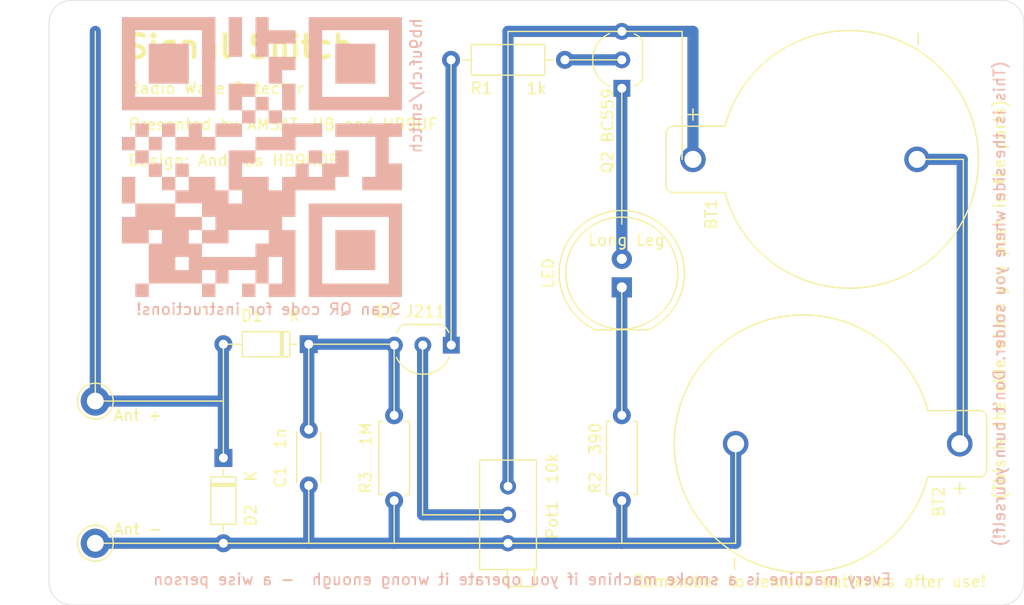
<source format=kicad_pcb>
(kicad_pcb (version 20240108) (generator "pcbnew") (generator_version "8.0")
  (layers (0 "F.Cu" signal) (31 "B.Cu" signal) (34 "B.Paste" user) (35 "F.Paste" user) (36 "B.SilkS" user "B.Silkscreen") (37 "F.SilkS" user "F.Silkscreen") (38 "B.Mask" user) (39 "F.Mask" user) (44 "Edge.Cuts" user))
  (net 0 "")
  (net 1 "GND")
  (net 2 "Net-(D1-K)")
  (net 3 "Net-(AE1-A)")
  (net 4 "Net-(D3-K)")
  (net 5 "Net-(D3-A)")
  (net 6 "Net-(Q1-S)")
  (net 7 "Net-(Q1-D)")
  (net 8 "Net-(Q2-B)")
  (net 9 "Net-(Q2-E)")
  (net 10 "Net-(BT1-PadN)")
  (footprint "Potentiometer_THT:Potentiometer_Bourns_3296X_Horizontal" (layer "F.Cu") (at 124.46 121.92 90)
    (property "Reference" "Pot1  10k" (at -0.88 3.94 90) (layer "F.SilkS"))
    (property "Value" "10k")
    (fp_line (start 2.345 -2.53) (end 2.345 2.54) (stroke (width 0.12)) (layer "F.SilkS"))
    (fp_line (start -7.425 -2.53) (end 2.345 -2.53) (stroke (width 0.12)) (layer "F.SilkS"))
    (fp_line (start -7.425 -2.53) (end -7.425 2.54) (stroke (width 0.12)) (layer "F.SilkS"))
    (fp_line (start -7.426 -0.065) (end -7.426 2.365) (stroke (width 0.12)) (layer "F.SilkS"))
    (fp_line (start -8.945 -0.065) (end -7.426 -0.065) (stroke (width 0.12)) (layer "F.SilkS"))
    (fp_line (start -8.945 -0.065) (end -8.945 2.365) (stroke (width 0.12)) (layer "F.SilkS"))
    (fp_line (start -8.945 1.15) (end -8.186 1.15) (stroke (width 0.12)) (layer "F.SilkS"))
    (fp_line (start -8.945 2.365) (end -7.426 2.365) (stroke (width 0.12)) (layer "F.SilkS"))
    (fp_line (start -7.425 2.54) (end 2.345 2.54) (stroke (width 0.12)) (layer "F.SilkS"))
    (pad "1" thru_hole circle (at 0 0 90) (size 1.44 1.44) (drill 0.8) (layers "*.Cu" "*.Mask" "In1.Cu" "In2.Cu" "In3.Cu" "In4.Cu" "In5.Cu" "In6.Cu" "In7.Cu" "In8.Cu" "In9.Cu" "In10.Cu" "In11.Cu" "In12.Cu" "In13.Cu" "In14.Cu" "In15.Cu" "In16.Cu" "In17.Cu" "In18.Cu" "In19.Cu" "In20.Cu" "In21.Cu" "In22.Cu" "In23.Cu" "In24.Cu" "In25.Cu" "In26.Cu" "In27.Cu" "In28.Cu" "In29.Cu" "In30.Cu") (net 9 "Net-(Q2-E)"))
    (pad "2" thru_hole circle (at -2.54 0 90) (size 1.44 1.44) (drill 0.8) (layers "*.Cu" "*.Mask" "In1.Cu" "In2.Cu" "In3.Cu" "In4.Cu" "In5.Cu" "In6.Cu" "In7.Cu" "In8.Cu" "In9.Cu" "In10.Cu" "In11.Cu" "In12.Cu" "In13.Cu" "In14.Cu" "In15.Cu" "In16.Cu" "In17.Cu" "In18.Cu" "In19.Cu" "In20.Cu" "In21.Cu" "In22.Cu" "In23.Cu" "In24.Cu" "In25.Cu" "In26.Cu" "In27.Cu" "In28.Cu" "In29.Cu" "In30.Cu") (net 6 "Net-(Q1-S)"))
    (pad "3" thru_hole circle (at -5.08 0 90) (size 1.44 1.44) (drill 0.8) (layers "*.Cu" "*.Mask" "In1.Cu" "In2.Cu" "In3.Cu" "In4.Cu" "In5.Cu" "In6.Cu" "In7.Cu" "In8.Cu" "In9.Cu" "In10.Cu" "In11.Cu" "In12.Cu" "In13.Cu" "In14.Cu" "In15.Cu" "In16.Cu" "In17.Cu" "In18.Cu" "In19.Cu" "In20.Cu" "In21.Cu" "In22.Cu" "In23.Cu" "In24.Cu" "In25.Cu" "In26.Cu" "In27.Cu" "In28.Cu" "In29.Cu" "In30.Cu") (net 1 "GND"))
  )
  (footprint "Connector_Pin:Pin_D1.3mm_L11.0mm" (layer "F.Cu") (at 87.63 127)
    (property "Reference" "Ant -" (at 3.81 -1.27 0) (layer "F.SilkS"))
    (property "Value" "Pin_D1.3mm_L11.0mm")
    (fp_circle (center 0 0) (end 1.6 0.05) (stroke (width 0.12)) (fill none) (layer "F.SilkS"))
    (pad "1" thru_hole circle (at 0 0) (size 2.6 2.6) (drill 1.5) (layers "*.Cu" "*.Mask" "In1.Cu" "In2.Cu" "In3.Cu" "In4.Cu" "In5.Cu" "In6.Cu" "In7.Cu" "In8.Cu" "In9.Cu" "In10.Cu" "In11.Cu" "In12.Cu" "In13.Cu" "In14.Cu" "In15.Cu" "In16.Cu" "In17.Cu" "In18.Cu" "In19.Cu" "In20.Cu" "In21.Cu" "In22.Cu" "In23.Cu" "In24.Cu" "In25.Cu" "In26.Cu" "In27.Cu" "In28.Cu" "In29.Cu" "In30.Cu"))
  )
  (footprint "CoinCellHolder:BAT_1066" (layer "F.Cu") (at 154.84 92.71 -90)
    (property "Reference" "BT1" (at 4.89 12.24 90) (layer "F.SilkS"))
    (property "Value" "CR2032")
    (fp_line (start -2.325 16.27) (end 2.325 16.27) (stroke (width 0.127)) (layer "F.SilkS"))
    (fp_line (start 2.96 15.635) (end 2.96 11.0177) (stroke (width 0.127)) (layer "F.SilkS"))
    (fp_line (start -4.5 13.87) (end -3.5 13.87) (stroke (width 0.127)) (layer "F.SilkS"))
    (fp_line (start -4 13.37) (end -4 14.37) (stroke (width 0.127)) (layer "F.SilkS"))
    (fp_line (start -2.96 11.0177) (end -2.96 15.635) (stroke (width 0.127)) (layer "F.SilkS"))
    (fp_line (start -10.25 -6.23) (end -11.25 -6.23) (stroke (width 0.127)) (layer "F.SilkS"))
    (fp_arc (start -2.325 16.27) (mid -2.774013 16.084013) (end -2.96 15.635) (stroke (width 0.127)) (layer "F.SilkS"))
    (fp_arc (start 2.96 15.635) (mid 2.774013 16.084013) (end 2.325 16.27) (stroke (width 0.127)) (layer "F.SilkS"))
    (fp_arc (start -2.96 11.0177) (mid 0 -11.605307) (end 2.96 11.0177) (stroke (width 0.127)) (layer "F.SilkS"))
    (pad "N" thru_hole circle (at 0 -6.13 270) (size 2.28 2.28) (drill 1.52) (layers "*.Cu" "*.Mask" "In1.Cu" "In2.Cu" "In3.Cu" "In4.Cu" "In5.Cu" "In6.Cu" "In7.Cu" "In8.Cu" "In9.Cu" "In10.Cu" "In11.Cu" "In12.Cu" "In13.Cu" "In14.Cu" "In15.Cu" "In16.Cu" "In17.Cu" "In18.Cu" "In19.Cu" "In20.Cu" "In21.Cu" "In22.Cu" "In23.Cu" "In24.Cu" "In25.Cu" "In26.Cu" "In27.Cu" "In28.Cu" "In29.Cu" "In30.Cu") (net 10 "Net-(BT1-PadN)"))
    (pad "P" thru_hole circle (at 0 13.87 270) (size 2.28 2.28) (drill 1.52) (layers "*.Cu" "*.Mask" "In1.Cu" "In2.Cu" "In3.Cu" "In4.Cu" "In5.Cu" "In6.Cu" "In7.Cu" "In8.Cu" "In9.Cu" "In10.Cu" "In11.Cu" "In12.Cu" "In13.Cu" "In14.Cu" "In15.Cu" "In16.Cu" "In17.Cu" "In18.Cu" "In19.Cu" "In20.Cu" "In21.Cu" "In22.Cu" "In23.Cu" "In24.Cu" "In25.Cu" "In26.Cu" "In27.Cu" "In28.Cu" "In29.Cu" "In30.Cu") (net 9 "Net-(Q2-E)"))
  )
  (footprint "Package_TO_SOT_THT:TO-92_Inline_Wide" (layer "F.Cu") (at 119.4 109.3 180)
    (property "Reference" "Q1 J211" (at 3.7 3 0) (layer "F.SilkS"))
    (property "Value" "TO-92_Inline_Wide")
    (fp_line (start 0.74 1.85) (end 4.34 1.85) (stroke (width 0.12)) (layer "F.SilkS"))
    (fp_arc (start 4.864184 1.122795) (mid 4.633903 1.509328) (end 4.34 1.85) (stroke (width 0.12)) (layer "F.SilkS"))
    (fp_arc (start 2.54 -2.6) (mid 3.936979 -2.192818) (end 4.8964 -1.098807) (stroke (width 0.12)) (layer "F.SilkS"))
    (fp_arc (start 0.74 1.85) (mid 0.446097 1.509328) (end 0.215816 1.122795) (stroke (width 0.12)) (layer "F.SilkS"))
    (fp_arc (start 0.1836 -1.098807) (mid 1.143021 -2.192817) (end 2.54 -2.6) (stroke (width 0.12)) (layer "F.SilkS"))
    (pad "1" thru_hole rect (at 0 0 180) (size 1.5 1.5) (drill 0.8) (layers "*.Cu" "*.Mask" "In1.Cu" "In2.Cu" "In3.Cu" "In4.Cu" "In5.Cu" "In6.Cu" "In7.Cu" "In8.Cu" "In9.Cu" "In10.Cu" "In11.Cu" "In12.Cu" "In13.Cu" "In14.Cu" "In15.Cu" "In16.Cu" "In17.Cu" "In18.Cu" "In19.Cu" "In20.Cu" "In21.Cu" "In22.Cu" "In23.Cu" "In24.Cu" "In25.Cu" "In26.Cu" "In27.Cu" "In28.Cu" "In29.Cu" "In30.Cu"))
    (pad "2" thru_hole circle (at 2.54 0 180) (size 1.5 1.5) (drill 0.8) (layers "*.Cu" "*.Mask" "In1.Cu" "In2.Cu" "In3.Cu" "In4.Cu" "In5.Cu" "In6.Cu" "In7.Cu" "In8.Cu" "In9.Cu" "In10.Cu" "In11.Cu" "In12.Cu" "In13.Cu" "In14.Cu" "In15.Cu" "In16.Cu" "In17.Cu" "In18.Cu" "In19.Cu" "In20.Cu" "In21.Cu" "In22.Cu" "In23.Cu" "In24.Cu" "In25.Cu" "In26.Cu" "In27.Cu" "In28.Cu" "In29.Cu" "In30.Cu"))
    (pad "3" thru_hole circle (at 5.08 0 180) (size 1.5 1.5) (drill 0.8) (layers "*.Cu" "*.Mask" "In1.Cu" "In2.Cu" "In3.Cu" "In4.Cu" "In5.Cu" "In6.Cu" "In7.Cu" "In8.Cu" "In9.Cu" "In10.Cu" "In11.Cu" "In12.Cu" "In13.Cu" "In14.Cu" "In15.Cu" "In16.Cu" "In17.Cu" "In18.Cu" "In19.Cu" "In20.Cu" "In21.Cu" "In22.Cu" "In23.Cu" "In24.Cu" "In25.Cu" "In26.Cu" "In27.Cu" "In28.Cu" "In29.Cu" "In30.Cu"))
  )
  (footprint "Diode_THT:D_DO-35_SOD27_P7.62mm_Horizontal" (layer "F.Cu") (at 99.06 119.38 -90)
    (property "Reference" "D2" (at 5.12 -2.44 90) (layer "F.SilkS"))
    (property "Value" "1N5711")
    (fp_line (start 1.69 1.12) (end 5.93 1.12) (stroke (width 0.12)) (layer "F.SilkS"))
    (fp_line (start 5.93 1.12) (end 5.93 -1.12) (stroke (width 0.12)) (layer "F.SilkS"))
    (fp_line (start 1.04 0) (end 1.69 0) (stroke (width 0.12)) (layer "F.SilkS"))
    (fp_line (start 6.58 0) (end 5.93 0) (stroke (width 0.12)) (layer "F.SilkS"))
    (fp_line (start 1.69 -1.12) (end 1.69 1.12) (stroke (width 0.12)) (layer "F.SilkS"))
    (fp_line (start 2.29 -1.12) (end 2.29 1.12) (stroke (width 0.12)) (layer "F.SilkS"))
    (fp_line (start 2.41 -1.12) (end 2.41 1.12) (stroke (width 0.12)) (layer "F.SilkS"))
    (fp_line (start 2.53 -1.12) (end 2.53 1.12) (stroke (width 0.12)) (layer "F.SilkS"))
    (fp_line (start 5.93 -1.12) (end 1.69 -1.12) (stroke (width 0.12)) (layer "F.SilkS"))
    (fp_text user "K" (at 1.62 -2.44 90) (layer "F.SilkS"))
    (pad "1" thru_hole rect (at 0 0 270) (size 1.6 1.6) (drill 0.8) (layers "*.Cu" "*.Mask" "In1.Cu" "In2.Cu" "In3.Cu" "In4.Cu" "In5.Cu" "In6.Cu" "In7.Cu" "In8.Cu" "In9.Cu" "In10.Cu" "In11.Cu" "In12.Cu" "In13.Cu" "In14.Cu" "In15.Cu" "In16.Cu" "In17.Cu" "In18.Cu" "In19.Cu" "In20.Cu" "In21.Cu" "In22.Cu" "In23.Cu" "In24.Cu" "In25.Cu" "In26.Cu" "In27.Cu" "In28.Cu" "In29.Cu" "In30.Cu") (net 3 "Net-(AE1-A)"))
    (pad "2" thru_hole oval (at 7.62 0 270) (size 1.6 1.6) (drill 0.8) (layers "*.Cu" "*.Mask" "In1.Cu" "In2.Cu" "In3.Cu" "In4.Cu" "In5.Cu" "In6.Cu" "In7.Cu" "In8.Cu" "In9.Cu" "In10.Cu" "In11.Cu" "In12.Cu" "In13.Cu" "In14.Cu" "In15.Cu" "In16.Cu" "In17.Cu" "In18.Cu" "In19.Cu" "In20.Cu" "In21.Cu" "In22.Cu" "In23.Cu" "In24.Cu" "In25.Cu" "In26.Cu" "In27.Cu" "In28.Cu" "In29.Cu" "In30.Cu") (net 1 "GND"))
  )
  (footprint "LED_THT:LED_D10.0mm" (layer "F.Cu") (at 134.62 104.14 90)
    (property "Reference" "LED" (at 1.27 -6.56 90) (layer "F.SilkS"))
    (property "Value" "LED 10MM")
    (fp_line (start -3.79 -2.376) (end -3.79 2.376) (stroke (width 0.12)) (layer "F.SilkS"))
    (fp_arc (start -3.79 -2.375816) (mid 2.487072 -5.455899) (end 6.86 -0.000072) (stroke (width 0.12)) (layer "F.SilkS"))
    (fp_arc (start 6.86 0.000072) (mid 2.487072 5.455899) (end -3.79 2.375816) (stroke (width 0.12)) (layer "F.SilkS"))
    (fp_circle (center 1.27 0) (end 6.27 0) (stroke (width 0.12)) (fill none) (layer "F.SilkS"))
    (pad "1" thru_hole rect (at 0 0 90) (size 1.8 1.8) (drill 0.9) (layers "*.Cu" "*.Mask" "In1.Cu" "In2.Cu" "In3.Cu" "In4.Cu" "In5.Cu" "In6.Cu" "In7.Cu" "In8.Cu" "In9.Cu" "In10.Cu" "In11.Cu" "In12.Cu" "In13.Cu" "In14.Cu" "In15.Cu" "In16.Cu" "In17.Cu" "In18.Cu" "In19.Cu" "In20.Cu" "In21.Cu" "In22.Cu" "In23.Cu" "In24.Cu" "In25.Cu" "In26.Cu" "In27.Cu" "In28.Cu" "In29.Cu" "In30.Cu") (net 4 "Net-(D3-K)"))
    (pad "2" thru_hole circle (at 2.54 0 90) (size 1.8 1.8) (drill 0.9) (layers "*.Cu" "*.Mask" "In1.Cu" "In2.Cu" "In3.Cu" "In4.Cu" "In5.Cu" "In6.Cu" "In7.Cu" "In8.Cu" "In9.Cu" "In10.Cu" "In11.Cu" "In12.Cu" "In13.Cu" "In14.Cu" "In15.Cu" "In16.Cu" "In17.Cu" "In18.Cu" "In19.Cu" "In20.Cu" "In21.Cu" "In22.Cu" "In23.Cu" "In24.Cu" "In25.Cu" "In26.Cu" "In27.Cu" "In28.Cu" "In29.Cu" "In30.Cu") (net 5 "Net-(D3-A)"))
  )
  (footprint "Resistor_THT:R_Axial_DIN0207_L6.3mm_D2.5mm_P10.16mm_Horizontal" (layer "F.Cu") (at 119.38 83.82)
    (property "Reference" "R1    1k" (at 5.12 2.54 0) (layer "F.SilkS"))
    (property "Value" "1k")
    (fp_line (start 1.04 0) (end 1.81 0) (stroke (width 0.12)) (layer "F.SilkS"))
    (fp_line (start 1.81 -1.37) (end 1.81 1.37) (stroke (width 0.12)) (layer "F.SilkS"))
    (fp_line (start 1.81 1.37) (end 8.35 1.37) (stroke (width 0.12)) (layer "F.SilkS"))
    (fp_line (start 8.35 -1.37) (end 1.81 -1.37) (stroke (width 0.12)) (layer "F.SilkS"))
    (fp_line (start 8.35 1.37) (end 8.35 -1.37) (stroke (width 0.12)) (layer "F.SilkS"))
    (fp_line (start 9.12 0) (end 8.35 0) (stroke (width 0.12)) (layer "F.SilkS"))
    (pad "1" thru_hole circle (at 0 0) (size 1.6 1.6) (drill 0.8) (layers "*.Cu" "*.Mask" "In1.Cu" "In2.Cu" "In3.Cu" "In4.Cu" "In5.Cu" "In6.Cu" "In7.Cu" "In8.Cu" "In9.Cu" "In10.Cu" "In11.Cu" "In12.Cu" "In13.Cu" "In14.Cu" "In15.Cu" "In16.Cu" "In17.Cu" "In18.Cu" "In19.Cu" "In20.Cu" "In21.Cu" "In22.Cu" "In23.Cu" "In24.Cu" "In25.Cu" "In26.Cu" "In27.Cu" "In28.Cu" "In29.Cu" "In30.Cu") (net 7 "Net-(Q1-D)"))
    (pad "2" thru_hole oval (at 10.16 0) (size 1.6 1.6) (drill 0.8) (layers "*.Cu" "*.Mask" "In1.Cu" "In2.Cu" "In3.Cu" "In4.Cu" "In5.Cu" "In6.Cu" "In7.Cu" "In8.Cu" "In9.Cu" "In10.Cu" "In11.Cu" "In12.Cu" "In13.Cu" "In14.Cu" "In15.Cu" "In16.Cu" "In17.Cu" "In18.Cu" "In19.Cu" "In20.Cu" "In21.Cu" "In22.Cu" "In23.Cu" "In24.Cu" "In25.Cu" "In26.Cu" "In27.Cu" "In28.Cu" "In29.Cu" "In30.Cu") (net 8 "Net-(Q2-B)"))
  )
  (footprint "Resistor_THT:R_Axial_DIN0207_L6.3mm_D2.5mm_P7.62mm_Horizontal" (layer "F.Cu") (at 114.3 115.57 -90)
    (property "Reference" "R3   1M" (at 3.81 2.54 -90) (layer "F.SilkS"))
    (property "Value" "1M")
    (fp_line (start 0.54 1.37) (end 7.08 1.37) (stroke (width 0.12)) (layer "F.SilkS"))
    (fp_line (start 7.08 1.37) (end 7.08 1.04) (stroke (width 0.12)) (layer "F.SilkS"))
    (fp_line (start 0.54 1.04) (end 0.54 1.37) (stroke (width 0.12)) (layer "F.SilkS"))
    (fp_line (start 0.54 -1.04) (end 0.54 -1.37) (stroke (width 0.12)) (layer "F.SilkS"))
    (fp_line (start 0.54 -1.37) (end 7.08 -1.37) (stroke (width 0.12)) (layer "F.SilkS"))
    (fp_line (start 7.08 -1.37) (end 7.08 -1.04) (stroke (width 0.12)) (layer "F.SilkS"))
    (pad "1" thru_hole circle (at 0 0 270) (size 1.6 1.6) (drill 0.8) (layers "*.Cu" "*.Mask" "In1.Cu" "In2.Cu" "In3.Cu" "In4.Cu" "In5.Cu" "In6.Cu" "In7.Cu" "In8.Cu" "In9.Cu" "In10.Cu" "In11.Cu" "In12.Cu" "In13.Cu" "In14.Cu" "In15.Cu" "In16.Cu" "In17.Cu" "In18.Cu" "In19.Cu" "In20.Cu" "In21.Cu" "In22.Cu" "In23.Cu" "In24.Cu" "In25.Cu" "In26.Cu" "In27.Cu" "In28.Cu" "In29.Cu" "In30.Cu") (net 2 "Net-(D1-K)"))
    (pad "2" thru_hole oval (at 7.62 0 270) (size 1.6 1.6) (drill 0.8) (layers "*.Cu" "*.Mask" "In1.Cu" "In2.Cu" "In3.Cu" "In4.Cu" "In5.Cu" "In6.Cu" "In7.Cu" "In8.Cu" "In9.Cu" "In10.Cu" "In11.Cu" "In12.Cu" "In13.Cu" "In14.Cu" "In15.Cu" "In16.Cu" "In17.Cu" "In18.Cu" "In19.Cu" "In20.Cu" "In21.Cu" "In22.Cu" "In23.Cu" "In24.Cu" "In25.Cu" "In26.Cu" "In27.Cu" "In28.Cu" "In29.Cu" "In30.Cu") (net 1 "GND"))
  )
  (footprint "Package_TO_SOT_THT:TO-92_Inline_Wide" (layer "F.Cu") (at 134.62 86.36 90)
    (property "Reference" "Q2 BC559" (at -3.81 -1.27 -90) (layer "F.SilkS"))
    (property "Value" "BC559")
    (fp_line (start 0.74 1.85) (end 4.34 1.85) (stroke (width 0.12)) (layer "F.SilkS"))
    (fp_arc (start 2.54 -2.6) (mid 3.936979 -2.192818) (end 4.8964 -1.098807) (stroke (width 0.12)) (layer "F.SilkS"))
    (fp_arc (start 0.1836 -1.098807) (mid 1.143021 -2.192817) (end 2.54 -2.6) (stroke (width 0.12)) (layer "F.SilkS"))
    (fp_arc (start 4.864184 1.122795) (mid 4.633903 1.509328) (end 4.34 1.85) (stroke (width 0.12)) (layer "F.SilkS"))
    (fp_arc (start 0.74 1.85) (mid 0.446097 1.509328) (end 0.215816 1.122795) (stroke (width 0.12)) (layer "F.SilkS"))
    (pad "1" thru_hole rect (at 0 0 90) (size 1.5 1.5) (drill 0.8) (layers "*.Cu" "*.Mask" "In1.Cu" "In2.Cu" "In3.Cu" "In4.Cu" "In5.Cu" "In6.Cu" "In7.Cu" "In8.Cu" "In9.Cu" "In10.Cu" "In11.Cu" "In12.Cu" "In13.Cu" "In14.Cu" "In15.Cu" "In16.Cu" "In17.Cu" "In18.Cu" "In19.Cu" "In20.Cu" "In21.Cu" "In22.Cu" "In23.Cu" "In24.Cu" "In25.Cu" "In26.Cu" "In27.Cu" "In28.Cu" "In29.Cu" "In30.Cu") (net 5 "Net-(D3-A)"))
    (pad "2" thru_hole circle (at 2.54 0 90) (size 1.5 1.5) (drill 0.8) (layers "*.Cu" "*.Mask" "In1.Cu" "In2.Cu" "In3.Cu" "In4.Cu" "In5.Cu" "In6.Cu" "In7.Cu" "In8.Cu" "In9.Cu" "In10.Cu" "In11.Cu" "In12.Cu" "In13.Cu" "In14.Cu" "In15.Cu" "In16.Cu" "In17.Cu" "In18.Cu" "In19.Cu" "In20.Cu" "In21.Cu" "In22.Cu" "In23.Cu" "In24.Cu" "In25.Cu" "In26.Cu" "In27.Cu" "In28.Cu" "In29.Cu" "In30.Cu") (net 8 "Net-(Q2-B)"))
    (pad "3" thru_hole circle (at 5.08 0 90) (size 1.5 1.5) (drill 0.8) (layers "*.Cu" "*.Mask" "In1.Cu" "In2.Cu" "In3.Cu" "In4.Cu" "In5.Cu" "In6.Cu" "In7.Cu" "In8.Cu" "In9.Cu" "In10.Cu" "In11.Cu" "In12.Cu" "In13.Cu" "In14.Cu" "In15.Cu" "In16.Cu" "In17.Cu" "In18.Cu" "In19.Cu" "In20.Cu" "In21.Cu" "In22.Cu" "In23.Cu" "In24.Cu" "In25.Cu" "In26.Cu" "In27.Cu" "In28.Cu" "In29.Cu" "In30.Cu") (net 9 "Net-(Q2-E)"))
  )
  (footprint "Capacitor_THT:C_Disc_D4.3mm_W1.9mm_P5.00mm" (layer "F.Cu") (at 106.68 116.84 -90)
    (property "Reference" "C1  1n" (at 2.54 2.54 90) (layer "F.SilkS"))
    (property "Value" "1n")
    (fp_line (start 0.23 1.07) (end 4.77 1.07) (stroke (width 0.12)) (layer "F.SilkS"))
    (fp_line (start 0.23 1.055) (end 0.23 1.07) (stroke (width 0.12)) (layer "F.SilkS"))
    (fp_line (start 4.77 1.055) (end 4.77 1.07) (stroke (width 0.12)) (layer "F.SilkS"))
    (fp_line (start 0.23 -1.07) (end 0.23 -1.055) (stroke (width 0.12)) (layer "F.SilkS"))
    (fp_line (start 0.23 -1.07) (end 4.77 -1.07) (stroke (width 0.12)) (layer "F.SilkS"))
    (fp_line (start 4.77 -1.07) (end 4.77 -1.055) (stroke (width 0.12)) (layer "F.SilkS"))
    (pad "1" thru_hole circle (at 0 0 270) (size 1.6 1.6) (drill 0.8) (layers "*.Cu" "*.Mask" "In1.Cu" "In2.Cu" "In3.Cu" "In4.Cu" "In5.Cu" "In6.Cu" "In7.Cu" "In8.Cu" "In9.Cu" "In10.Cu" "In11.Cu" "In12.Cu" "In13.Cu" "In14.Cu" "In15.Cu" "In16.Cu" "In17.Cu" "In18.Cu" "In19.Cu" "In20.Cu" "In21.Cu" "In22.Cu" "In23.Cu" "In24.Cu" "In25.Cu" "In26.Cu" "In27.Cu" "In28.Cu" "In29.Cu" "In30.Cu") (net 2 "Net-(D1-K)"))
    (pad "2" thru_hole circle (at 5 0 270) (size 1.6 1.6) (drill 0.8) (layers "*.Cu" "*.Mask" "In1.Cu" "In2.Cu" "In3.Cu" "In4.Cu" "In5.Cu" "In6.Cu" "In7.Cu" "In8.Cu" "In9.Cu" "In10.Cu" "In11.Cu" "In12.Cu" "In13.Cu" "In14.Cu" "In15.Cu" "In16.Cu" "In17.Cu" "In18.Cu" "In19.Cu" "In20.Cu" "In21.Cu" "In22.Cu" "In23.Cu" "In24.Cu" "In25.Cu" "In26.Cu" "In27.Cu" "In28.Cu" "In29.Cu" "In30.Cu") (net 1 "GND"))
  )
  (footprint "Resistor_THT:R_Axial_DIN0207_L6.3mm_D2.5mm_P7.62mm_Horizontal" (layer "F.Cu") (at 134.62 123.19 90)
    (property "Reference" "R2  390" (at 3.81 -2.37 90) (layer "F.SilkS"))
    (property "Value" "390")
    (fp_line (start 7.08 -1.37) (end 7.08 -1.04) (stroke (width 0.12)) (layer "F.SilkS"))
    (fp_line (start 0.54 -1.37) (end 7.08 -1.37) (stroke (width 0.12)) (layer "F.SilkS"))
    (fp_line (start 0.54 -1.04) (end 0.54 -1.37) (stroke (width 0.12)) (layer "F.SilkS"))
    (fp_line (start 0.54 1.04) (end 0.54 1.37) (stroke (width 0.12)) (layer "F.SilkS"))
    (fp_line (start 7.08 1.37) (end 7.08 1.04) (stroke (width 0.12)) (layer "F.SilkS"))
    (fp_line (start 0.54 1.37) (end 7.08 1.37) (stroke (width 0.12)) (layer "F.SilkS"))
    (pad "1" thru_hole circle (at 0 0 90) (size 1.6 1.6) (drill 0.8) (layers "*.Cu" "*.Mask" "In1.Cu" "In2.Cu" "In3.Cu" "In4.Cu" "In5.Cu" "In6.Cu" "In7.Cu" "In8.Cu" "In9.Cu" "In10.Cu" "In11.Cu" "In12.Cu" "In13.Cu" "In14.Cu" "In15.Cu" "In16.Cu" "In17.Cu" "In18.Cu" "In19.Cu" "In20.Cu" "In21.Cu" "In22.Cu" "In23.Cu" "In24.Cu" "In25.Cu" "In26.Cu" "In27.Cu" "In28.Cu" "In29.Cu" "In30.Cu") (net 1 "GND"))
    (pad "2" thru_hole oval (at 7.62 0 90) (size 1.6 1.6) (drill 0.8) (layers "*.Cu" "*.Mask" "In1.Cu" "In2.Cu" "In3.Cu" "In4.Cu" "In5.Cu" "In6.Cu" "In7.Cu" "In8.Cu" "In9.Cu" "In10.Cu" "In11.Cu" "In12.Cu" "In13.Cu" "In14.Cu" "In15.Cu" "In16.Cu" "In17.Cu" "In18.Cu" "In19.Cu" "In20.Cu" "In21.Cu" "In22.Cu" "In23.Cu" "In24.Cu" "In25.Cu" "In26.Cu" "In27.Cu" "In28.Cu" "In29.Cu" "In30.Cu") (net 4 "Net-(D3-K)"))
  )
  (footprint "Diode_THT:D_DO-35_SOD27_P7.62mm_Horizontal" (layer "F.Cu") (at 106.68 109.22 180)
    (property "Reference" "D1" (at 5.08 2.54 0) (layer "F.SilkS"))
    (property "Value" "1N5711")
    (fp_line (start 6.58 0) (end 5.93 0) (stroke (width 0.12)) (layer "F.SilkS"))
    (fp_line (start 5.93 1.12) (end 5.93 -1.12) (stroke (width 0.12)) (layer "F.SilkS"))
    (fp_line (start 5.93 -1.12) (end 1.69 -1.12) (stroke (width 0.12)) (layer "F.SilkS"))
    (fp_line (start 2.53 -1.12) (end 2.53 1.12) (stroke (width 0.12)) (layer "F.SilkS"))
    (fp_line (start 2.41 -1.12) (end 2.41 1.12) (stroke (width 0.12)) (layer "F.SilkS"))
    (fp_line (start 2.29 -1.12) (end 2.29 1.12) (stroke (width 0.12)) (layer "F.SilkS"))
    (fp_line (start 1.69 1.12) (end 5.93 1.12) (stroke (width 0.12)) (layer "F.SilkS"))
    (fp_line (start 1.69 -1.12) (end 1.69 1.12) (stroke (width 0.12)) (layer "F.SilkS"))
    (fp_line (start 1.04 0) (end 1.69 0) (stroke (width 0.12)) (layer "F.SilkS"))
    (fp_text user "K" (at 1.27 2.54 0) (layer "F.SilkS"))
    (pad "1" thru_hole rect (at 0 0 180) (size 1.6 1.6) (drill 0.8) (layers "*.Cu" "*.Mask" "In1.Cu" "In2.Cu" "In3.Cu" "In4.Cu" "In5.Cu" "In6.Cu" "In7.Cu" "In8.Cu" "In9.Cu" "In10.Cu" "In11.Cu" "In12.Cu" "In13.Cu" "In14.Cu" "In15.Cu" "In16.Cu" "In17.Cu" "In18.Cu" "In19.Cu" "In20.Cu" "In21.Cu" "In22.Cu" "In23.Cu" "In24.Cu" "In25.Cu" "In26.Cu" "In27.Cu" "In28.Cu" "In29.Cu" "In30.Cu") (net 2 "Net-(D1-K)"))
    (pad "2" thru_hole oval (at 7.62 0 180) (size 1.6 1.6) (drill 0.8) (layers "*.Cu" "*.Mask" "In1.Cu" "In2.Cu" "In3.Cu" "In4.Cu" "In5.Cu" "In6.Cu" "In7.Cu" "In8.Cu" "In9.Cu" "In10.Cu" "In11.Cu" "In12.Cu" "In13.Cu" "In14.Cu" "In15.Cu" "In16.Cu" "In17.Cu" "In18.Cu" "In19.Cu" "In20.Cu" "In21.Cu" "In22.Cu" "In23.Cu" "In24.Cu" "In25.Cu" "In26.Cu" "In27.Cu" "In28.Cu" "In29.Cu" "In30.Cu") (net 3 "Net-(AE1-A)"))
  )
  (footprint "Connector_Pin:Pin_D1.3mm_L11.0mm" (layer "F.Cu") (at 87.63 114.3)
    (property "Reference" "Ant +" (at 3.81 1.27 0) (layer "F.SilkS"))
    (property "Value" "Pin_D1.3mm_L11.0mm")
    (fp_circle (center 0 0) (end 1.6 0.05) (stroke (width 0.12)) (fill none) (layer "F.SilkS"))
    (pad "1" thru_hole circle (at 0 0) (size 2.6 2.6) (drill 1.5) (layers "*.Cu" "*.Mask" "In1.Cu" "In2.Cu" "In3.Cu" "In4.Cu" "In5.Cu" "In6.Cu" "In7.Cu" "In8.Cu" "In9.Cu" "In10.Cu" "In11.Cu" "In12.Cu" "In13.Cu" "In14.Cu" "In15.Cu" "In16.Cu" "In17.Cu" "In18.Cu" "In19.Cu" "In20.Cu" "In21.Cu" "In22.Cu" "In23.Cu" "In24.Cu" "In25.Cu" "In26.Cu" "In27.Cu" "In28.Cu" "In29.Cu" "In30.Cu"))
  )
  (footprint "CoinCellHolder:BAT_1066" (layer "F.Cu") (at 150.91 118.11 90)
    (property "Reference" "BT2" (at -5.19 11.99 90) (layer "F.SilkS"))
    (property "Value" "CR2032")
    (fp_line (start -10.25 -6.23) (end -11.25 -6.23) (stroke (width 0.127)) (layer "F.SilkS"))
    (fp_line (start -2.96 11.0177) (end -2.96 15.635) (stroke (width 0.127)) (layer "F.SilkS"))
    (fp_line (start -4 13.37) (end -4 14.37) (stroke (width 0.127)) (layer "F.SilkS"))
    (fp_line (start -4.5 13.87) (end -3.5 13.87) (stroke (width 0.127)) (layer "F.SilkS"))
    (fp_line (start 2.96 15.635) (end 2.96 11.0177) (stroke (width 0.127)) (layer "F.SilkS"))
    (fp_line (start -2.325 16.27) (end 2.325 16.27) (stroke (width 0.127)) (layer "F.SilkS"))
    (fp_arc (start -2.96 11.0177) (mid 0 -11.605307) (end 2.96 11.0177) (stroke (width 0.127)) (layer "F.SilkS"))
    (fp_arc (start 2.96 15.635) (mid 2.774013 16.084013) (end 2.325 16.27) (stroke (width 0.127)) (layer "F.SilkS"))
    (fp_arc (start -2.325 16.27) (mid -2.774013 16.084013) (end -2.96 15.635) (stroke (width 0.127)) (layer "F.SilkS"))
    (pad "N" thru_hole circle (at 0 -6.13 90) (size 2.28 2.28) (drill 1.52) (layers "*.Cu" "*.Mask" "In1.Cu" "In2.Cu" "In3.Cu" "In4.Cu" "In5.Cu" "In6.Cu" "In7.Cu" "In8.Cu" "In9.Cu" "In10.Cu" "In11.Cu" "In12.Cu" "In13.Cu" "In14.Cu" "In15.Cu" "In16.Cu" "In17.Cu" "In18.Cu" "In19.Cu" "In20.Cu" "In21.Cu" "In22.Cu" "In23.Cu" "In24.Cu" "In25.Cu" "In26.Cu" "In27.Cu" "In28.Cu" "In29.Cu" "In30.Cu") (net 1 "GND"))
    (pad "P" thru_hole circle (at 0 13.87 90) (size 2.28 2.28) (drill 1.52) (layers "*.Cu" "*.Mask" "In1.Cu" "In2.Cu" "In3.Cu" "In4.Cu" "In5.Cu" "In6.Cu" "In7.Cu" "In8.Cu" "In9.Cu" "In10.Cu" "In11.Cu" "In12.Cu" "In13.Cu" "In14.Cu" "In15.Cu" "In16.Cu" "In17.Cu" "In18.Cu" "In19.Cu" "In20.Cu" "In21.Cu" "In22.Cu" "In23.Cu" "In24.Cu" "In25.Cu" "In26.Cu" "In27.Cu" "In28.Cu" "In29.Cu" "In30.Cu") (net 10 "Net-(BT1-PadN)"))
  )
  (footprint "LOGO" (layer "B.Cu") (at 102.5 92.5 180)
    (property "Reference" "G***" (hide yes))
    (property "Value" "LOGO" (hide yes))
    (fp_poly (pts (xy 11.3 -11.9) (xy 11.3 -12.5) (xy 10.7 -12.5) (xy 10.1 -12.5) (xy 10.1 -11.9) (xy 10.1 -11.3) (xy 10.7 -11.3) (xy 11.3 -11.3)) (fill solid) (layer "B.SilkS"))
    (fp_poly (pts (xy 10.1 8.3375) (xy 10.1 6.55) (xy 8.3125 6.55) (xy 6.525 6.55) (xy 6.525 8.3375) (xy 6.525 10.125) (xy 8.3125 10.125) (xy 10.1 10.125)) (fill solid) (layer "B.SilkS"))
    (fp_poly (pts (xy 7.725 -1.175) (xy 7.725 -1.775) (xy 7.125 -1.775) (xy 6.525 -1.775) (xy 6.525 -1.175) (xy 6.525 -0.575) (xy 7.125 -0.575) (xy 7.725 -0.575)) (fill solid) (layer "B.SilkS"))
    (fp_poly (pts (xy 2.975 10.725) (xy 2.975 8.95) (xy 2.375 8.95) (xy 1.775 8.95) (xy 1.775 10.725) (xy 1.775 12.5) (xy 2.375 12.5) (xy 2.975 12.5)) (fill solid) (layer "B.SilkS"))
    (fp_poly (pts (xy 1.775 -11.9) (xy 1.775 -12.5) (xy 1.175 -12.5) (xy 0.575 -12.5) (xy 0.575 -11.9) (xy 0.575 -11.3) (xy 1.175 -11.3) (xy 1.775 -11.3)) (fill solid) (layer "B.SilkS"))
    (fp_poly (pts (xy -6.55 8.3375) (xy -6.55 6.55) (xy -8.3375 6.55) (xy -10.125 6.55) (xy -10.125 8.3375) (xy -10.125 10.125) (xy -8.3375 10.125) (xy -6.55 10.125)) (fill solid) (layer "B.SilkS"))
    (fp_poly (pts (xy -6.55 -8.3125) (xy -6.55 -10.1) (xy -8.3375 -10.1) (xy -10.125 -10.1) (xy -10.125 -8.3125) (xy -10.125 -6.525) (xy -8.3375 -6.525) (xy -6.55 -6.525)) (fill solid) (layer "B.SilkS"))
    (fp_poly (pts (xy -4.175 -8.325) (xy -4.175 -12.5) (xy -8.3375 -12.5) (xy -12.5 -12.5) (xy -12.5 -8.325) (xy -11.325 -8.325) (xy -11.325 -11.3) (xy -8.35 -11.3) (xy -5.375 -11.3) (xy -5.375 -8.325) (xy -5.375 -5.35) (xy -8.35 -5.35) (xy -11.325 -5.35) (xy -11.325 -8.325) (xy -12.5 -8.325) (xy -12.5 -4.15) (xy -8.3375 -4.15) (xy -4.175 -4.15)) (fill solid) (layer "B.SilkS"))
    (fp_poly (pts (xy 12.5 8.3375) (xy 12.5 4.175) (xy 8.325 4.175) (xy 4.15 4.175) (xy 4.15 8.3375) (xy 4.15 8.35) (xy 5.35 8.35) (xy 5.35 5.375) (xy 8.325 5.375) (xy 11.3 5.375) (xy 11.3 8.35) (xy 11.3 11.325) (xy 8.325 11.325) (xy 5.35 11.325) (xy 5.35 8.35) (xy 4.15 8.35) (xy 4.15 12.5) (xy 8.325 12.5) (xy 12.5 12.5)) (fill solid) (layer "B.SilkS"))
    (fp_poly (pts (xy -4.175 8.3375) (xy -4.175 4.175) (xy -8.3375 4.175) (xy -12.5 4.175) (xy -12.5 8.3375) (xy -12.5 8.35) (xy -11.325 8.35) (xy -11.325 5.375) (xy -8.35 5.375) (xy -5.375 5.375) (xy -5.375 8.35) (xy -5.375 11.325) (xy -8.35 11.325) (xy -11.325 11.325) (xy -11.325 8.35) (xy -12.5 8.35) (xy -12.5 12.5) (xy -8.3375 12.5) (xy -4.175 12.5)) (fill solid) (layer "B.SilkS"))
    (fp_poly (pts (xy -6.55 2.4) (xy -6.55 1.8) (xy -8.3375 1.8) (xy -10.125 1.8) (xy -10.125 0.0125) (xy -10.125 -1.775) (xy -9.5375 -1.775) (xy -8.95 -1.775) (xy -8.95 -2.375) (xy -8.95 -2.975) (xy -10.725 -2.975) (xy -12.5 -2.975) (xy -12.5 -1.775) (xy -12.5 -0.575) (xy -11.9125 -0.575) (xy -11.325 -0.575) (xy -11.325 0.6125) (xy -11.325 1.8) (xy -11.9125 1.8) (xy -12.5 1.8) (xy -12.5 2.4) (xy -12.5 3) (xy -9.525 3) (xy -6.55 3)) (fill solid) (layer "B.SilkS"))
    (fp_poly (pts (xy 4.15 2.4) (xy 4.15 1.8) (xy 4.75 1.8) (xy 5.35 1.8) (xy 5.35 2.4) (xy 5.35 3) (xy 5.9375 3) (xy 6.525 3) (xy 6.525 2.4) (xy 6.525 1.8) (xy 7.125 1.8) (xy 7.725 1.8) (xy 7.725 2.4) (xy 7.725 3) (xy 8.325 3) (xy 8.925 3) (xy 8.925 2.4) (xy 8.925 1.8) (xy 9.5125 1.8) (xy 10.1 1.8) (xy 10.1 2.4) (xy 10.1 3) (xy 10.7 3) (xy 11.3 3) (xy 11.3 2.4) (xy 11.3 1.8) (xy 10.7 1.8) (xy 10.1 1.8) (xy 10.1 1.2) (xy 10.1 0.6) (xy 9.5125 0.6) (xy 8.925 0.6) (xy 8.925 1.2) (xy 8.925 1.8) (xy 8.325 1.8) (xy 7.725 1.8) (xy 7.725 1.2) (xy 7.725 0.6) (xy 5.9375 0.6) (xy 4.15 0.6) (xy 4.15 1.2) (xy 4.15 1.8) (xy 2.9625 1.8) (xy 1.775 1.8) (xy 1.775 2.4) (xy 1.775 3) (xy 2.9625 3) (xy 4.15 3)) (fill solid) (layer "B.SilkS"))
    (fp_poly (pts (xy 0.575 10.725) (xy 0.575 8.95) (xy -0.0125 8.95) (xy -0.6 8.95) (xy -0.6 7.75) (xy -0.6 6.55) (xy -1.2 6.55) (xy -1.8 6.55) (xy -1.8 5.3625) (xy -1.8 4.175) (xy -1.2 4.175) (xy -0.6 4.175) (xy -0.6 4.775) (xy -0.6 5.375) (xy -0.0125 5.375) (xy 0.575 5.375) (xy 0.575 5.9625) (xy 0.575 6.55) (xy 1.775 6.55) (xy 2.975 6.55) (xy 2.975 5.3625) (xy 2.975 4.175) (xy 2.375 4.175) (xy 1.775 4.175) (xy 1.775 3.5875) (xy 1.775 3) (xy 1.175 3) (xy 0.575 3) (xy 0.575 3.5875) (xy 0.575 4.175) (xy 1.175 4.175) (xy 1.775 4.175) (xy 1.775 4.775) (xy 1.775 5.375) (xy 1.175 5.375) (xy 0.575 5.375) (xy 0.575 4.775) (xy 0.575 4.175) (xy -0.0125 4.175) (xy -0.6 4.175) (xy -0.6 3.5875) (xy -0.6 3) (xy -1.2 3) (xy -1.8 3) (xy -1.8 2.4) (xy -1.8 1.8) (xy -0.6125 1.8) (xy 0.575 1.8) (xy 0.575 1.2) (xy 0.575 0.6) (xy -1.2125 0.6) (xy -3 0.6) (xy -3 1.2) (xy -3 1.8) (xy -4.1875 1.8) (xy -5.375 1.8) (xy -5.375 2.4) (xy -5.375 3) (xy -3.5875 3) (xy -1.8 3) (xy -1.8 3.5875) (xy -1.8 4.175) (xy -2.4 4.175) (xy -3 4.175) (xy -3 5.3625) (xy -3 6.55) (xy -2.4 6.55) (xy -1.8 6.55) (xy -1.8 7.15) (xy -1.8 7.75) (xy -2.4 7.75) (xy -3 7.75) (xy -3 8.35) (xy -3 8.95) (xy -1.8 8.95) (xy -0.6 8.95) (xy -0.6 9.5375) (xy -0.6 10.125) (xy -1.8 10.125) (xy -3 10.125) (xy -3 10.725) (xy -3 11.325) (xy -1.8 11.325) (xy -0.6 11.325) (xy -0.6 11.9125) (xy -0.6 12.5) (xy -0.0125 12.5) (xy 0.575 12.5)) (fill solid) (layer "B.SilkS"))
    (fp_poly (pts (xy 12.5 1.2) (xy 12.5 0.6) (xy 11.9 0.6) (xy 11.3 0.6) (xy 11.3 0.0125) (xy 11.3 -0.575) (xy 10.7 -0.575) (xy 10.1 -0.575) (xy 10.1 -1.175) (xy 10.1 -1.775) (xy 9.5125 -1.775) (xy 8.925 -1.775) (xy 8.925 -2.375) (xy 8.925 -2.975) (xy 8.325 -2.975) (xy 7.725 -2.975) (xy 7.725 -3.5625) (xy 7.725 -4.15) (xy 9.5125 -4.15) (xy 11.3 -4.15) (xy 11.3 -2.9625) (xy 11.3 -1.775) (xy 11.9 -1.775) (xy 12.5 -1.775) (xy 12.5 -2.9625) (xy 12.5 -4.15) (xy 11.9 -4.15) (xy 11.3 -4.15) (xy 11.3 -4.75) (xy 11.3 -5.35) (xy 11.9 -5.35) (xy 12.5 -5.35) (xy 12.5 -6.5375) (xy 12.5 -7.725) (xy 11.3 -7.725) (xy 10.1 -7.725) (xy 10.1 -9.5125) (xy 10.1 -11.3) (xy 7.725 -11.3) (xy 5.35 -11.3) (xy 5.35 -11.9) (xy 5.35 -12.5) (xy 4.75 -12.5) (xy 4.15 -12.5) (xy 4.15 -11.9) (xy 4.15 -11.3) (xy 3.5625 -11.3) (xy 2.975 -11.3) (xy 2.975 -10.7) (xy 4.15 -10.7) (xy 4.15 -11.3) (xy 4.75 -11.3) (xy 5.35 -11.3) (xy 5.35 -10.7) (xy 5.35 -10.1) (xy 4.75 -10.1) (xy 4.15 -10.1) (xy 4.15 -10.7) (xy 2.975 -10.7) (xy 2.975 -10.1) (xy 1.775 -10.1) (xy 0.575 -10.1) (xy 0.575 -10.7) (xy 0.575 -11.3) (xy -0.0125 -11.3) (xy -0.6 -11.3) (xy -0.6 -11.9) (xy -0.6 -12.5) (xy -1.8 -12.5) (xy -3 -12.5) (xy -3 -10.1125) (xy -1.8 -10.1125) (xy -1.8 -11.3) (xy -1.2 -11.3) (xy -0.6 -11.3) (xy -0.6 -10.1125) (xy -0.6 -9.5125) (xy 6.525 -9.5125) (xy 6.525 -10.1) (xy 7.125 -10.1) (xy 7.725 -10.1) (xy 7.725 -9.5125) (xy 7.725 -8.925) (xy 7.125 -8.925) (xy 6.525 -8.925) (xy 6.525 -9.5125) (xy -0.6 -9.5125) (xy -0.6 -8.925) (xy -1.2 -8.925) (xy -1.8 -8.925) (xy -1.8 -10.1125) (xy -3 -10.1125) (xy -3 -9.5125) (xy -3 -7.125) (xy -0.6 -7.125) (xy -0.6 -7.725) (xy -0.0125 -7.725) (xy 0.575 -7.725) (xy 0.575 -8.325) (xy 0.575 -8.925) (xy 2.9625 -8.925) (xy 5.35 -8.925) (xy 5.35 -8.325) (xy 5.35 -7.725) (xy 5.9375 -7.725) (xy 6.525 -7.725) (xy 6.525 -7.125) (xy 8.925 -7.125) (xy 8.925 -7.725) (xy 9.5125 -7.725) (xy 10.1 -7.725) (xy 10.1 -7.125) (xy 10.1 -6.525) (xy 9.5125 -6.525) (xy 8.925 -6.525) (xy 8.925 -7.125) (xy 6.525 -7.125) (xy 6.525 -6.525) (xy 5.9375 -6.525) (xy 5.35 -6.525) (xy 5.35 -7.125) (xy 5.35 -7.725) (xy 4.1625 -7.725) (xy 2.975 -7.725) (xy 2.975 -7.125) (xy 2.975 -6.525) (xy 1.1875 -6.525) (xy -0.6 -6.525) (xy -0.6 -7.125) (xy -3 -7.125) (xy -3 -6.525) (xy -2.4 -6.525) (xy -1.8 -6.525) (xy -1.8 -5.9375) (xy -1.8 -5.35) (xy 4.15 -5.35) (xy 4.15 -5.9375) (xy 4.15 -6.525) (xy 4.75 -6.525) (xy 5.35 -6.525) (xy 5.35 -5.9375) (xy 5.35 -5.35) (xy 6.5375 -5.35) (xy 7.725 -5.35) (xy 7.725 -4.75) (xy 7.725 -4.15) (xy 6.5375 -4.15) (xy 5.35 -4.15) (xy 5.35 -4.75) (xy 5.35 -5.35) (xy 4.75 -5.35) (xy 4.15 -5.35) (xy -1.8 -5.35) (xy -2.4 -5.35) (xy -3 -5.35) (xy -3 -4.1625) (xy -3 -2.975) (xy -4.775 -2.975) (xy -6.55 -2.975) (xy -6.55 -2.375) (xy -6.55 -1.775) (xy -7.15 -1.775) (xy -7.75 -1.775) (xy -7.75 -0.5875) (xy -7.75 0.6) (xy -7.15 0.6) (xy -6.55 0.6) (xy -6.55 0.0125) (xy -6.55 -0.575) (xy -5.9625 -0.575) (xy -5.375 -0.575) (xy -5.375 0.0125) (xy -5.375 0.6) (xy -4.775 0.6) (xy -4.175 0.6) (xy -4.175 0.0125) (xy -4.175 -0.575) (xy -4.775 -0.575) (xy -5.375 -0.575) (xy -5.375 -1.175) (xy -5.375 -1.775) (xy -4.775 -1.775) (xy -4.175 -1.775) (xy -4.175 -1.175) (xy -4.175 -0.575) (xy -3.5875 -0.575) (xy -3 -0.575) (xy -3 -1.175) (xy -3 -1.775) (xy -2.4 -1.775) (xy -1.8 -1.775) (xy -1.8 -2.375) (xy -1.8 -2.975) (xy -1.2 -2.975) (xy -0.6 -2.975) (xy -0.6 -2.375) (xy -0.6 -1.775) (xy 0.5875 -1.775) (xy 1.775 -1.775) (xy 1.775 -1.175) (xy 1.775 -0.575) (xy 1.175 -0.575) (xy 0.575 -0.575) (xy 0.575 0.0125) (xy 0.575 0.6) (xy 1.775 0.6) (xy 2.975 0.6) (xy 2.975 -1.1875) (xy 2.975 -2.975) (xy 2.375 -2.975) (xy 1.775 -2.975) (xy 1.775 -3.5625) (xy 1.775 -4.15) (xy 2.375 -4.15) (xy 2.975 -4.15) (xy 2.975 -3.5625) (xy 2.975 -2.975) (xy 3.5625 -2.975) (xy 4.15 -2.975) (xy 4.15 -2.375) (xy 4.15 -1.775) (xy 5.3375 -1.775) (xy 6.525 -1.775) (xy 6.525 -2.375) (xy 6.525 -2.975) (xy 7.125 -2.975) (xy 7.725 -2.975) (xy 7.725 -2.375) (xy 7.725 -1.775) (xy 8.325 -1.775) (xy 8.925 -1.775) (xy 8.925 -1.175) (xy 8.925 -0.575) (xy 9.5125 -0.575) (xy 10.1 -0.575) (xy 10.1 0.0125) (xy 10.1 0.6) (xy 10.7 0.6) (xy 11.3 0.6) (xy 11.3 1.2) (xy 11.3 1.8) (xy 11.9 1.8) (xy 12.5 1.8)) (fill solid) (layer "B.SilkS"))
  )
  (gr_line (start 106.68 109.22) (end 114.3 109.22) (stroke (width 0.12)) (layer "F.SilkS"))
  (gr_line (start 99.06 119.38) (end 99.06 114.3) (stroke (width 0.12)) (layer "F.SilkS"))
  (gr_line (start 134.62 104.14) (end 134.62 115.57) (stroke (width 0.12)) (layer "F.SilkS"))
  (gr_line (start 87.63 114.3) (end 87.63 81.28) (stroke (width 0.12)) (layer "F.SilkS"))
  (gr_line (start 114.3 115.57) (end 114.3 109.22) (stroke (width 0.12)) (layer "F.SilkS"))
  (gr_line (start 114.3 127) (end 124.46 127) (stroke (width 0.12)) (layer "F.SilkS"))
  (gr_line (start 144.78 127) (end 144.78 118.11) (stroke (width 0.12)) (layer "F.SilkS"))
  (gr_line (start 161.29 92.71) (end 165.1 92.71) (stroke (width 0.12)) (layer "F.SilkS"))
  (gr_line (start 129.54 83.82) (end 134.62 83.82) (stroke (width 0.12)) (layer "F.SilkS"))
  (gr_line (start 140 92.71) (end 140 81.28) (stroke (width 0.12)) (layer "F.SilkS"))
  (gr_line (start 106.68 109.22) (end 106.68 116.84) (stroke (width 0.12)) (layer "F.SilkS"))
  (gr_line (start 134.62 127) (end 144.78 127) (stroke (width 0.12)) (layer "F.SilkS"))
  (gr_line (start 114.3 127) (end 114.3 123.19) (stroke (width 0.12)) (layer "F.SilkS"))
  (gr_line (start 124.46 81.28) (end 134.62 81.28) (stroke (width 0.12)) (layer "F.SilkS"))
  (gr_line (start 134.62 98.5) (end 134.62 86.36) (stroke (width 0.12)) (layer "F.SilkS"))
  (gr_line (start 114.3 127) (end 99.06 127) (stroke (width 0.12)) (layer "F.SilkS"))
  (gr_line (start 99.06 127) (end 87.63 127) (stroke (width 0.12)) (layer "F.SilkS"))
  (gr_line (start 134.62 81.28) (end 140 81.28) (stroke (width 0.12)) (layer "F.SilkS"))
  (gr_line (start 165.1 92.71) (end 165.1 118.11) (stroke (width 0.12)) (layer "F.SilkS"))
  (gr_line (start 99.06 109.22) (end 100.1 109.22) (stroke (width 0.12)) (layer "F.SilkS"))
  (gr_line (start 124.46 121.92) (end 124.46 81.28) (stroke (width 0.12)) (layer "F.SilkS"))
  (gr_line (start 106.68 127) (end 106.68 121.92) (stroke (width 0.12)) (layer "F.SilkS"))
  (gr_line (start 99.06 114.3) (end 87.63 114.3) (stroke (width 0.12)) (layer "F.SilkS"))
  (gr_line (start 116.84 124.46) (end 124.46 124.46) (stroke (width 0.12)) (layer "F.SilkS"))
  (gr_line (start 119.38 83.82) (end 119.38 109.22) (stroke (width 0.12)) (layer "F.SilkS"))
  (gr_line (start 134.62 123.19) (end 134.62 127) (stroke (width 0.12)) (layer "F.SilkS"))
  (gr_line (start 124.46 127) (end 134.62 127) (stroke (width 0.12)) (layer "F.SilkS"))
  (gr_line (start 116.84 109.22) (end 116.84 124.46) (stroke (width 0.12)) (layer "F.SilkS"))
  (gr_line (start 99.06 114.3) (end 99.06 109.22) (stroke (width 0.12)) (layer "F.SilkS"))
  (gr_line (start 170.5 80.5) (end 170.5 130.5) (stroke (width 0.05)) (layer "Edge.Cuts"))
  (gr_arc (start 170.5 130.5) (mid 169.914214 131.914214) (end 168.5 132.5) (stroke (width 0.05)) (layer "Edge.Cuts"))
  (gr_line (start 168.5 132.5) (end 85.5 132.5) (stroke (width 0.05)) (layer "Edge.Cuts"))
  (gr_arc (start 83.5 80.5) (mid 84.085786 79.085786) (end 85.5 78.5) (stroke (width 0.05)) (layer "Edge.Cuts"))
  (gr_arc (start 85.5 132.5) (mid 84.085786 131.914214) (end 83.5 130.5) (stroke (width 0.05)) (layer "Edge.Cuts"))
  (gr_arc (start 168.5 78.5) (mid 169.914214 79.085786) (end 170.5 80.5) (stroke (width 0.05)) (layer "Edge.Cuts"))
  (gr_line (start 85.5 78.5) (end 168.5 78.5) (stroke (width 0.05)) (layer "Edge.Cuts"))
  (gr_line (start 83.5 130.5) (end 83.5 80.5) (stroke (width 0.05)) (layer "Edge.Cuts"))
  (gr_text "hb9uf.ch/snitch" (at 116.84 80.01 90) (layer "B.SilkS") (effects (font (size 1 1)) (justify left bottom mirror)))
  (gr_text "Scan QR code for instructions!" (at 115 106.68 0) (layer "B.SilkS") (effects (font (size 1 1)) (justify left bottom mirror)))
  (gr_text "Every machine is a smoke machine if you operate it wrong enough  - a wise person" (at 158.75 130.81 0) (layer "B.SilkS") (effects (font (size 1 1)) (justify left bottom mirror)))
  (gr_text "(This is the side where you solder. Don't burn yourself!)" (at 168.91 83.82 90) (layer "B.SilkS") (effects (font (size 1 1)) (justify left bottom mirror)))
  (gr_text "(This is the side where you push in the parts)" (at 168.91 123.19 90) (layer "F.SilkS") (effects (font (size 1 1)) (justify left bottom)))
  (gr_text "Signal Snitch" (at 90.17 83.82 0) (layer "F.SilkS") (effects (font (size 2 2) (thickness 0.4) (bold yes)) (justify left bottom)))
  (gr_text "Radio Wave Detector\n\nPresented by AMSAT-HB and HB9UF\n\nDesign: Andreas HB9HDF\n\n" (at 90.5 95 0) (layer "F.SilkS") (effects (font (size 1 1)) (justify left bottom)))
  (gr_text "Long Leg" (at 131.5 100.5 0) (layer "F.SilkS") (effects (font (size 1 1)) (justify left bottom)))
  (gr_text "Remember to remove batteries after use!" (at 135.5 131 0) (layer "F.SilkS") (effects (font (size 1 1)) (justify left bottom)))
  (segment (start 114.3 127) (end 114.3 123.19) (width 1) (layer "B.Cu") (net 1))
  (segment (start 134.62 123.19) (end 134.62 127) (width 1) (layer "B.Cu") (net 1))
  (segment (start 144.78 118.327455) (end 144.997455 118.11) (width 1) (layer "B.Cu") (net 1))
  (segment (start 134.62 127) (end 144.78 127) (width 1) (layer "B.Cu") (net 1))
  (segment (start 124.46 127) (end 134.62 127) (width 1) (layer "B.Cu") (net 1))
  (segment (start 144.78 127) (end 144.78 118.327455) (width 1) (layer "B.Cu") (net 1))
  (segment (start 124.46 127) (end 114.3 127) (width 1) (layer "B.Cu") (net 1))
  (segment (start 106.68 127) (end 114.3 127) (width 1) (layer "B.Cu") (net 1))
  (segment (start 106.68 127) (end 106.68 121.84) (width 1) (layer "B.Cu") (net 1))
  (segment (start 99.06 127) (end 106.68 127) (width 1) (layer "B.Cu") (net 1))
  (segment (start 87.63 127) (end 99.06 127) (width 1) (layer "B.Cu") (net 1))
  (segment (start 106.68 109.22) (end 114.3 109.22) (width 1) (layer "B.Cu") (net 2))
  (segment (start 106.68 116.84) (end 106.68 109.22) (width 1) (layer "B.Cu") (net 2))
  (segment (start 114.3 115.57) (end 114.3 109.22) (width 1) (layer "B.Cu") (net 2))
  (segment (start 87.63 114.3) (end 87.63 81.28) (width 1) (layer "B.Cu") (net 3))
  (segment (start 99.06 109.22) (end 99.06 114.3) (width 1) (layer "B.Cu") (net 3))
  (segment (start 99.06 114.3) (end 87.63 114.3) (width 1) (layer "B.Cu") (net 3))
  (segment (start 99.06 114.3) (end 99.06 119.38) (width 1) (layer "B.Cu") (net 3))
  (segment (start 134.62 104.14) (end 134.62 115.57) (width 1) (layer "B.Cu") (net 4))
  (segment (start 134.62 86.36) (end 134.62 101.6) (width 1) (layer "B.Cu") (net 5))
  (segment (start 116.84 109.22) (end 116.84 124.46) (width 1) (layer "B.Cu") (net 6))
  (segment (start 116.84 124.46) (end 124.46 124.46) (width 1) (layer "B.Cu") (net 6))
  (segment (start 119.38 83.82) (end 119.38 109.22) (width 1) (layer "B.Cu") (net 7))
  (segment (start 129.54 83.82) (end 134.62 83.82) (width 1) (layer "B.Cu") (net 8))
  (segment (start 124.46 81.28) (end 134.62 81.28) (width 1) (layer "B.Cu") (net 9))
  (segment (start 134.62 81.28) (end 140.97 81.28) (width 1) (layer "B.Cu") (net 9))
  (segment (start 124.46 81.28) (end 124.46 121.92) (width 1) (layer "B.Cu") (net 9))
  (segment (start 140.97 92.71) (end 140.97 81.28) (width 1) (layer "B.Cu") (net 9))
  (segment (start 165 92.72) (end 164.99 92.71) (width 1) (layer "B.Cu") (net 10))
  (segment (start 164.99 92.71) (end 161.07 92.71) (width 1) (layer "B.Cu") (net 10))
  (segment (start 165 118.11) (end 165 92.72) (width 1) (layer "B.Cu") (net 10))
)
</source>
